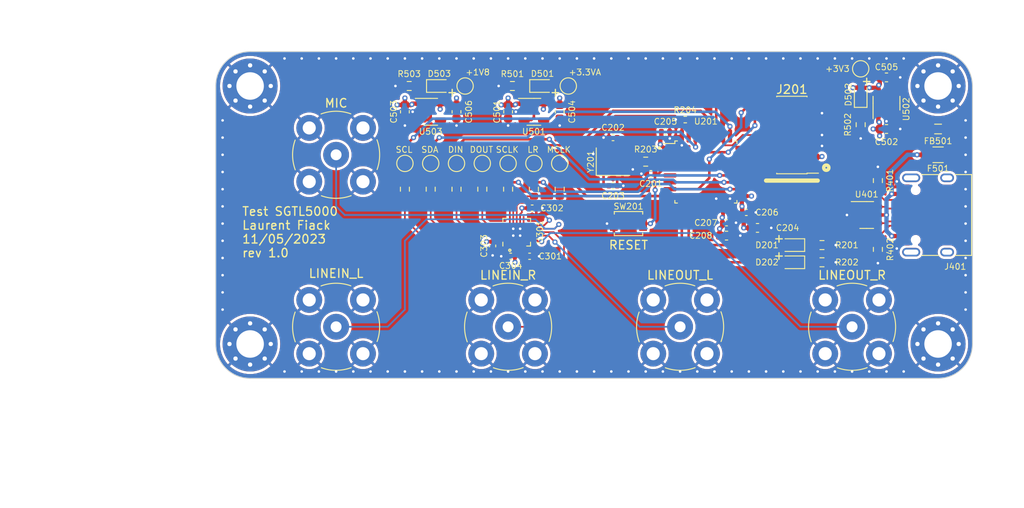
<source format=kicad_pcb>
(kicad_pcb (version 20221018) (generator pcbnew)
  (layers (0 "F.Cu" signal) (1 "In1.Cu" signal) (2 "In2.Cu" signal) (31 "B.Cu" signal) (34 "B.Paste" user) (35 "F.Paste" user) (36 "B.SilkS" user "B.Silkscreen") (37 "F.SilkS" user "F.Silkscreen") (38 "B.Mask" user) (39 "F.Mask" user) (44 "Edge.Cuts" user))
  (net 0 "")
  (net 1 "/STM32/nRST")
  (net 2 "GND")
  (net 3 "/STM32/OSC_IN")
  (net 4 "/STM32/XTAL_OUT")
  (net 5 "+3V3")
  (net 6 "+3.3VA")
  (net 7 "+1V8")
  (net 8 "+5V")
  (net 9 "/STM32/LED1_MID")
  (net 10 "/STM32/LED1")
  (net 11 "/STM32/LED2_MID")
  (net 12 "/STM32/LED2")
  (net 13 "/POWER/LED33A_MID")
  (net 14 "/POWER/LED33_MID")
  (net 15 "/POWER/LED18_MID")
  (net 16 "/POWER/VBUS")
  (net 17 "/POWER/FUSE")
  (net 20 "/STM32/SWDIO")
  (net 21 "/STM32/SWCLK")
  (net 22 "/STM32/SWO")
  (net 25 "/STM32/VCP_RX")
  (net 26 "/STM32/VCP_TX")
  (net 27 "/USB/CC1")
  (net 28 "/USB/D+")
  (net 29 "/USB/D-")
  (net 31 "/USB/CC2")
  (net 34 "/STM32/SYS_MCLK")
  (net 35 "/CODEC/SYS_MCLK")
  (net 36 "/STM32/I2S_SCLK")
  (net 37 "/CODEC/I2S_SCLK")
  (net 38 "/STM32/I2S_LRCLK")
  (net 39 "/CODEC/I2S_LRCLK")
  (net 40 "/STM32/I2S_DIN")
  (net 41 "/CODEC/I2S_DIN")
  (net 42 "/STM32/I2S_DOUT")
  (net 43 "/CODEC/I2S_DOUT")
  (net 44 "/STM32/I2C_SCL")
  (net 45 "/CODEC/I2C_SCL")
  (net 46 "/STM32/I2C_SDA")
  (net 47 "/CODEC/I2C_SDA")
  (net 48 "/STM32/OSC_OUT")
  (net 49 "/STM32/BOOT0")
  (net 55 "/STM32/USB_D-")
  (net 56 "/STM32/USB_D+")
  (net 65 "/CODEC/VAG")
  (net 66 "/CODEC/LINEIN_R")
  (net 67 "/CODEC/LINEIN_L")
  (net 68 "/CODEC/MIC")
  (net 69 "/CODEC/LINEOUT_L")
  (net 70 "/CODEC/LINEOUT_R")
  (footprint "TestPoint:TestPoint_Pad_D1.5mm" (layer "F.Cu") (at 47 59 -90)
    (fp_text reference "TP105" hide)
    (fp_text value "TestPoint")
  )
  (footprint "TestPoint:TestPoint_Pad_D1.5mm" (layer "F.Cu") (at 91 48)
    (fp_text reference "TP502" hide)
    (fp_text value "TestPoint")
  )
  (footprint "Package_DFN_QFN:QFN-20-1EP_3x3mm_P0.4mm_EP1.65x1.65mm" (layer "F.Cu") (at 51 67 90)
    (fp_text reference "U301")
    (fp_text value "SGTL5000XNLA3")
  )
  (footprint "Resistor_SMD:R_0603_1608Metric" (layer "F.Cu") (at 47 62 -90)
    (fp_text reference "JP105" hide)
    (fp_text value "SolderJumper_2_Open")
  )
  (footprint "Resistor_SMD:R_0603_1608Metric" (layer "F.Cu") (at 50 62 -90)
    (fp_text reference "JP102" hide)
    (fp_text value "SolderJumper_2_Open")
  )
  (footprint "LED_SMD:LED_0603_1608Metric" (layer "F.Cu") (at 91 51 90)
    (fp_text reference "D502")
    (fp_text value "RED")
  )
  (footprint "Resistor_SMD:R_0603_1608Metric" (layer "F.Cu") (at 93 69 -90)
    (fp_text reference "R402")
    (fp_text value "5.1k")
  )
  (footprint "Capacitor_SMD:C_0603_1608Metric" (layer "F.Cu") (at 44 53 -90)
    (fp_text reference "C506")
    (fp_text value "1uF")
  )
  (footprint "Fuse:Fuse_1206_3216Metric" (layer "F.Cu") (at 100 58)
    (fp_text reference "F501")
    (fp_text value "250mA")
  )
  (footprint "MountingHole:MountingHole_3.2mm_M3_Pad_Via" (layer "F.Cu") (at 100 50)
    (fp_text reference "H101" hide)
    (fp_text value "MountingHole_Pad")
  )
  (footprint "Package_TO_SOT_SMD:SOT-23-6" (layer "F.Cu") (at 91.7 65)
    (fp_text reference "U401")
    (fp_text value "USBLC6-2SC6")
  )
  (footprint "Resistor_SMD:R_0603_1608Metric" (layer "F.Cu") (at 93 61 90)
    (fp_text reference "R401")
    (fp_text value "5.1k")
  )
  (footprint "Capacitor_SMD:C_0402_1005Metric" (layer "F.Cu") (at 75.4 65.9)
    (fp_text reference "C207")
    (fp_text value "10nF")
  )
  (footprint "TestPoint:TestPoint_Pad_D1.5mm" (layer "F.Cu") (at 50 59 -90)
    (fp_text reference "TP102" hide)
    (fp_text value "TestPoint")
  )
  (footprint "Package_TO_SOT_SMD:SOT-23-5" (layer "F.Cu") (at 53 53)
    (fp_text reference "U501")
    (fp_text value "BU33SD5WG-TR")
  )
  (footprint "LED_SMD:LED_0603_1608Metric" (layer "F.Cu") (at 83 70.5 180)
    (fp_text reference "D202")
    (fp_text value "GREEN")
  )
  (footprint "Capacitor_SMD:C_0402_1005Metric" (layer "F.Cu") (at 48.2 68.6 -90)
    (fp_text reference "C303")
    (fp_text value "100nF")
  )
  (footprint "Resistor_SMD:R_0603_1608Metric" (layer "F.Cu") (at 91 54.5 -90)
    (fp_text reference "R502")
    (fp_text value "1k")
  )
  (footprint "Inductor_SMD:L_0805_2012Metric" (layer "F.Cu") (at 100 55 180)
    (property "Reference" "FB1")
    (property "Value" "600 @ 100MHz")
    (fp_text reference "FB501")
    (fp_text value "600 @ 100MHz")
  )
  (footprint "TestPoint:TestPoint_Pad_D1.5mm" (layer "F.Cu") (at 57 50)
    (fp_text reference "TP501" hide)
    (fp_text value "TestPoint")
  )
  (footprint "Capacitor_SMD:C_0603_1608Metric" (layer "F.Cu") (at 79 66.5)
    (fp_text reference "C204")
    (fp_text value "4.7uF")
  )
  (footprint "Resistor_SMD:R_0603_1608Metric" (layer "F.Cu") (at 56 62 -90)
    (fp_text reference "JP101" hide)
    (fp_text value "SolderJumper_2_Open")
  )
  (footprint "Package_TO_SOT_SMD:SOT-23-5" (layer "F.Cu") (at 41 53)
    (fp_text reference "U503")
    (fp_text value "BU18SD2MG-MTR")
  )
  (footprint "TestPoint:TestPoint_Pad_D1.5mm" (layer "F.Cu") (at 44 59 -90)
    (fp_text reference "TP104" hide)
    (fp_text value "TestPoint")
  )
  (footprint "Resistor_SMD:R_0603_1608Metric" (layer "F.Cu") (at 50.5 50 180)
    (fp_text reference "R501")
    (fp_text value "1k")
  )
  (footprint "Capacitor_SMD:C_0603_1608Metric" (layer "F.Cu") (at 50 53 -90)
    (fp_text reference "C501")
    (fp_text value "1uF")
  )
  (footprint "Capacitor_SMD:C_0603_1608Metric" (layer "F.Cu") (at 75.4 67.4)
    (fp_text reference "C208")
    (fp_text value "1uF")
  )
  (footprint "WITNS:BNC_RS-PRO_546-4027" (layer "F.Cu") (at 70 78)
    (fp_text reference "J304" hide)
    (fp_text value "LINEOUT_L")
  )
  (footprint "Capacitor_SMD:C_0402_1005Metric" (layer "F.Cu") (at 62.2 61.6 180)
    (fp_text reference "C203")
    (fp_text value "10pF")
  )
  (footprint "Resistor_SMD:R_0603_1608Metric" (layer "F.Cu") (at 66 58.8)
    (fp_text reference "R203")
    (fp_text value "10R")
  )
  (footprint "Capacitor_SMD:C_0603_1608Metric" (layer "F.Cu") (at 94 55)
    (fp_text reference "C502")
    (fp_text value "1uF")
  )
  (footprint "Capacitor_SMD:C_0402_1005Metric" (layer "F.Cu") (at 77.7 64.7)
    (fp_text reference "C206")
    (fp_text value "100nF")
  )
  (footprint "Connector_USB:USB_C_Receptacle_HRO_TYPE-C-31-M-12" (layer "F.Cu") (at 100 65 90)
    (fp_text reference "J401")
    (fp_text value "USB_C_Receptacle_USB2.0")
  )
  (footprint "TestPoint:TestPoint_Pad_D1.5mm" (layer "F.Cu") (at 38 59 -90)
    (fp_text reference "TP106" hide)
    (fp_text value "TestPoint")
  )
  (footprint "Package_TO_SOT_SMD:SOT-23-5" (layer "F.Cu") (at 94 52 90)
    (fp_text reference "U502")
    (fp_text value "BU33SD5WG-TR")
  )
  (footprint "Connector_PinHeader_1.27mm:PinHeader_2x07_P1.27mm_Vertical_SMD" (layer "F.Cu") (at 83 55.7 180)
    (fp_text reference "J201")
    (fp_text value "SWD")
  )
  (footprint "TestPoint:TestPoint_Pad_D1.5mm" (layer "F.Cu") (at 41 59 -90)
    (fp_text reference "TP107" hide)
    (fp_text value "TestPoint")
  )
  (footprint "Resistor_SMD:R_0603_1608Metric" (layer "F.Cu") (at 53 62 -90)
    (fp_text reference "JP103" hide)
    (fp_text value "SolderJumper_2_Open")
  )
  (footprint "LED_SMD:LED_0603_1608Metric" (layer "F.Cu") (at 83 68.5 180)
    (fp_text reference "D201")
    (fp_text value "GREEN")
  )
  (footprint "Resistor_SMD:R_0603_1608Metric" (layer "F.Cu") (at 86.5 68.5)
    (fp_text reference "R201")
    (fp_text value "1k")
  )
  (footprint "Crystal:Crystal_SMD_EuroQuartz_MT-4Pin_3.2x2.5mm" (layer "F.Cu") (at 62.2 58.8)
    (fp_text reference "Y201")
    (fp_text value "16MHz")
  )
  (footprint "Resistor_SMD:R_0603_1608Metric" (layer "F.Cu") (at 44 62 -90)
    (fp_text reference "JP104" hide)
    (fp_text value "SolderJumper_2_Open")
  )
  (footprint "MountingHole:MountingHole_3.2mm_M3_Pad_Via" (layer "F.Cu") (at 20 50)
    (fp_text reference "H104" hide)
    (fp_text value "MountingHole_Pad")
  )
  (footprint "Capacitor_SMD:C_0402_1005Metric" (layer "F.Cu") (at 52.8 64.2)
    (fp_text reference "C302")
    (fp_text value "100nF")
  )
  (footprint "Capacitor_SMD:C_0402_1005Metric" (layer "F.Cu") (at 66.6 60.2 180)
    (fp_text reference "C201")
    (fp_text value "100nF")
  )
  (footprint "LED_SMD:LED_0603_1608Metric" (layer "F.Cu") (at 42 50)
    (fp_text reference "D503")
    (fp_text value "RED")
  )
  (footprint "MountingHole:MountingHole_3.2mm_M3_Pad_Via" (layer "F.Cu") (at 20 80)
    (fp_text reference "H103" hide)
    (fp_text value "MountingHole_Pad")
  )
  (footprint "Capacitor_SMD:C_0402_1005Metric" (layer "F.Cu") (at 62.2 56)
    (fp_text reference "C202")
    (fp_text value "10pF")
  )
  (footprint "WITNS:BNC_RS-PRO_546-4027" (layer "F.Cu") (at 30 78)
    (fp_text reference "J302" hide)
    (fp_text value "LINEIN_L")
  )
  (footprint "WITNS:BNC_RS-PRO_546-4027" (layer "F.Cu") (at 30 58)
    (fp_text reference "J303" hide)
    (fp_text value "MIC")
  )
  (footprint "Package_QFP:LQFP-32_7x7mm_P0.8mm" (layer "F.Cu") (at 73 60)
    (fp_text reference "U201")
    (fp_text value "STM32G431KBT6")
  )
  (footprint "Capacitor_SMD:C_0603_1608Metric" (layer "F.Cu") (at 56 53 -90)
    (fp_text reference "C504")
    (fp_text value "1uF")
  )
  (footprint "Button_Switch_SMD:SW_SPST_B3U-1000P" (layer "F.Cu") (at 64 66)
    (fp_text reference "SW201")
    (fp_text value "RST")
  )
  (footprint "Capacitor_SMD:C_0603_1608Metric" (layer "F.Cu") (at 38 53 -90)
    (fp_text reference "C503")
    (fp_text value "1uF")
  )
  (footprint "Resistor_SMD:R_0603_1608Metric" (layer "F.Cu") (at 41 62 -90)
    (fp_text reference "JP107" hide)
    (fp_text value "SolderJumper_2_Open")
  )
  (footprint "TestPoint:TestPoint_Pad_D1.5mm" (layer "F.Cu") (at 56 59 -90)
    (fp_text reference "TP101" hide)
    (fp_text value "TestPoint")
  )
  (footprint "Capacitor_SMD:C_0603_1608Metric" (layer "F.Cu") (at 94 49)
    (fp_text reference "C505")
    (fp_text value "1uF")
  )
  (footprint "Capacitor_SMD:C_0402_1005Metric" (layer "F.Cu") (at 50.3 69.8 180)
    (fp_text reference "C304")
    (fp_text value "100nF")
  )
  (footprint "Capacitor_SMD:C_0402_1005Metric" (layer "F.Cu") (at 68.3 55.3)
    (fp_text reference "C205")
    (fp_text value "100nF")
  )
  (footprint "Resistor_SMD:R_0603_1608Metric" (layer "F.Cu") (at 38 62 -90)
    (fp_text reference "JP106" hide)
    (fp_text value "SolderJumper_2_Open")
  )
  (footprint "WITNS:BNC_RS-PRO_546-4027" (layer "F.Cu") (at 50 78)
    (fp_text reference "J301" hide)
    (fp_text value "LINEIN_R")
  )
  (footprint "Resistor_SMD:R_0603_1608Metric" (layer "F.Cu") (at 38.5 50 180)
    (fp_text reference "R503")
    (fp_text value "1k")
  )
  (footprint "TestPoint:TestPoint_Pad_D1.5mm" (layer "F.Cu") (at 45 50)
    (fp_text reference "TP503" hide)
    (fp_text value "TestPoint")
  )
  (footprint "Resistor_SMD:R_0603_1608Metric" (layer "F.Cu") (at 86.5 70.5)
    (fp_text reference "R202")
    (fp_text value "1k")
  )
  (footprint "WITNS:BNC_RS-PRO_546-4027" (layer "F.Cu") (at 90 78)
    (fp_text reference "J305" hide)
    (fp_text value "LINEOUT_R")
  )
  (footprint "MountingHole:MountingHole_3.2mm_M3_Pad_Via" (layer "F.Cu") (at 100 80)
    (fp_text reference "H102" hide)
    (fp_text value "MountingHole_Pad")
  )
  (footprint "Capacitor_SMD:C_0402_1005Metric" (layer "F.Cu") (at 52.5 69.8)
    (fp_text reference "C301")
    (fp_text value "100nF")
  )
  (footprint "Resistor_SMD:R_0402_1005Metric" (layer "F.Cu") (at 70.6 53.9 180)
    (fp_text reference "R204")
    (fp_text value "100k")
  )
  (footprint "LED_SMD:LED_0603_1608Metric" (layer "F.Cu") (at 54 50)
    (fp_text reference "D501")
    (fp_text value "RED")
  )
  (footprint "TestPoint:TestPoint_Pad_D1.5mm" (layer "F.Cu") (at 53 59 -90)
    (fp_text reference "TP103" hide)
    (fp_text value "TestPoint")
  )
  (gr_circle (center 67.6 57.2) (end 67.7 57.2) (stroke (width 0.2)) (fill none) (layer "F.SilkS"))
  (gr_circle (center 50.2 69.1) (end 50.2 69.15) (stroke (width 0.15)) (fill none) (layer "F.SilkS"))
  (gr_line (start 80 61) (end 86 61) (stroke (width 0.5)) (layer "F.SilkS"))
  (gr_circle (center 87 59.5) (end 87.1 59.5) (stroke (width 0.4)) (fill none) (layer "F.SilkS"))
  (gr_line (start 16 80) (end 16 50) (stroke (width 0.1)) (layer "Edge.Cuts"))
  (gr_line (start 100 84) (end 20 84) (stroke (width 0.1)) (layer "Edge.Cuts"))
  (gr_arc (start 100 46) (mid 102.828427 47.171573) (end 104 50) (stroke (width 0.1)) (layer "Edge.Cuts"))
  (gr_arc (start 16 50) (mid 17.171573 47.171573) (end 20 46) (stroke (width 0.1)) (layer "Edge.Cuts"))
  (gr_line (start 104 50) (end 104 80) (stroke (width 0.1)) (layer "Edge.Cuts"))
  (gr_arc (start 104 80) (mid 102.828427 82.828427) (end 100 84) (stroke (width 0.1)) (layer "Edge.Cuts"))
  (gr_arc (start 20 84) (mid 17.171573 82.828427) (end 16 80) (stroke (width 0.1)) (layer "Edge.Cuts"))
  (gr_line (start 20 46) (end 100 46) (stroke (width 0.1)) (layer "Edge.Cuts"))
  (gr_text "+1V8" (at 45 48.4) (layer "F.SilkS") (effects (font (size 0.7 0.7) (thickness 0.1)) (justify left)))
  (gr_text "+" (at 81.5 69.7) (layer "F.SilkS") (effects (font (size 1 1))))
  (gr_text "+3.3VA" (at 57 48.4) (layer "F.SilkS") (effects (font (size 0.7 0.7) (thickness 0.1)) (justify left)))
  (gr_text "+" (at 91.7 49.4) (layer "F.SilkS") (effects (font (size 1 1))))
  (gr_text "LINEOUT_R" (at 90 72) (layer "F.SilkS") (effects (font (size 1 1))))
  (gr_text "+" (at 81.5 67.7) (layer "F.SilkS") (effects (font (size 1 1))))
  (gr_text "LINEIN_L" (at 30 71.8) (layer "F.SilkS") (effects (font (size 1 1))))
  (gr_text "+" (at 55.5 50.7) (layer "F.SilkS") (effects (font (size 1 1))))
  (gr_text "MCLK" (at 55.9 57.4) (layer "F.SilkS") (effects (font (size 0.7 0.7) (thickness 0.1))))
  (gr_text "SDA" (at 40.9 57.4) (layer "F.SilkS") (effects (font (size 0.7 0.7) (thickness 0.1))))
  (gr_text "MIC" (at 30 52) (layer "F.SilkS") (effects (font (size 1 1))))
  (gr_text "SCLK" (at 49.9 57.4) (layer "F.SilkS") (effects (font (size 0.7 0.7) (thickness 0.1))))
  (gr_text "+3V3" (at 88.3 48) (layer "F.SilkS") (effects (font (size 0.7 0.7) (thickness 0.1))))
  (gr_text "DOUT" (at 46.9 57.4) (layer "F.SilkS") (effects (font (size 0.7 0.7) (thickness 0.1))))
  (gr_text "LR" (at 52.9 57.4) (layer "F.SilkS") (effects (font (size 0.7 0.7) (thickness 0.1))))
  (gr_text "+" (at 43.5 50.7) (layer "F.SilkS") (effects (font (size 1 1))))
  (gr_text "Test SGTL5000\nLaurent Fiack\n11/05/2023\nrev 1.0" (at 19 70) (layer "F.SilkS") (effects (font (size 1 1)) (justify left bottom)))
  (gr_text "RESET" (at 64 68.5) (layer "F.SilkS") (effects (font (size 1 1))))
  (gr_text "LINEOUT_L" (at 70 72) (layer "F.SilkS") (effects (font (size 1 1))))
  (gr_text "LINEIN_R" (at 50 72) (layer "F.SilkS") (effects (font (size 1 1))))
  (gr_text "SCL" (at 37.9 57.4) (layer "F.SilkS") (effects (font (size 0.7 0.7) (thickness 0.1))))
  (gr_text "DIN" (at 43.9 57.4) (layer "F.SilkS") (effects (font (size 0.7 0.7) (thickness 0.1))))
  (segment (start 67.08 62.08) (end 67.08 60.2) (width 0.3) (layer "F.Cu") (net 1))
  (segment (start 78.7 54.6) (end 78.7 53.9) (width 0.3) (layer "F.Cu") (net 1))
  (segment (start 68.825 59.6) (end 70.4 59.6) (width 0.3) (layer "F.Cu") (net 1))
  (segment (start 68.825 59.6) (end 68.1 59.6) (width 0.3) (layer "F.Cu") (net 1))
  (segment (start 72.3 57.7) (end 75.6 57.7) (width 0.3) (layer "F.Cu") (net 1))
  (segment (start 67.5 60.2) (end 67.08 60.2) (width 0.3) (layer "F.Cu") (net 1))
  (segment (start 79.44 53.16) (end 81.05 53.16) (width 0.3) (layer "F.Cu") (net 1))
  (segment (start 70.4 59.6) (end 72.3 57.7) (width 0.3) (layer "F.Cu") (net 1))
  (segment (start 68.1 59.6) (end 67.5 60.2) (width 0.3) (layer "F.Cu") (net 1))
  (segment (start 67.1 62.1) (end 67.08 62.08) (width 0.3) (layer "F.Cu") (net 1))
  (segment (start 78.7 53.9) (end 79.44 53.16) (width 0.3) (layer "F.Cu") (net 1))
  (segment (start 66.55 66) (end 65.7 66) (width 0.3) (layer "F.Cu") (net 1))
  (via (at 75.6 57.7) (size 0.6) (drill 0.3) (layers "F.Cu" "B.Cu") (net 1))
  (via (at 66.55 66) (size 0.6) (drill 0.3) (layers "F.Cu" "B.Cu") (net 1))
  (via (at 78.7 54.6) (size 0.6) (drill 0.3) (layers "F.Cu" "B.Cu") (net 1))
  (via (at 67.1 62.1) (size 0.6) (drill 0.3) (layers "F.Cu" "B.Cu") (net 1))
  (segment (start 67.1 65.45) (end 66.55 66) (width 0.3) (layer "B.Cu") (net 1))
  (segment (start 75.6 57.7) (end 78.7 54.6) (width 0.3) (layer "B.Cu") (net 1))
  (segment (start 67.1 62.1) (end 67.1 65.45) (width 0.3) (layer "B.Cu") (net 1))
  (segment (start 95.35 68.25) (end 95.2 68.4) (width 0.4) (layer "F.Cu") (net 2))
  (segment (start 51.8625 53) (end 50.9 53) (width 0.4) (layer "F.Cu") (net 2))
  (segment (start 88.1 70.5) (end 87.325 70.5) (width 0.4) (layer "F.Cu") (net 2))
  (segment (start 65.5 60.2) (end 66.12 60.2) (width 0.4) (layer "F.Cu") (net 2))
  (segment (start 84.95 55.7) (end 86.5 55.7) (width 0.4) (layer "F.Cu") (net 2))
  (segment (start 61.1 56) (end 61.72 56) (width 0.4) (layer "F.Cu") (net 2))
  (segment (start 56 53.775) (end 56 54.6) (width 0.4) (layer "F.Cu") (net 2))
  (segment (start 91 55.325) (end 91 56.1) (width 0.4) (layer "F.Cu") (net 2))
  (segment (start 93 60.175) (end 93 59.4) (width 0.4) (layer "F.Cu") (net 2))
  (segment (start 44 53.775) (end 44 54.6) (width 0.4) (layer "F.Cu") (net 2))
  (segment (start 64.5 59.7) (end 63.3 59.7) (width 0.4) (layer "F.Cu") (net 2))
  (segment (start 84.95 53.16) (end 86.5 53.16) (width 0.4) (layer "F.Cu") (net 2))
  (segment (start 39.8625 53) (end 38.9 53) (width 0.4) (layer "F.Cu") (net 2))
  (segment (start 53.28 64.2) (end 54 64.2) (width 0.4) (layer "F.Cu") (net 2))
  (segment (start 95.2 61.1) (end 95.2 61.6) (width 0.4) (layer "F.Cu") (net 2))
  (segment (start 95.35 61.75) (end 95.2 61.6) (width 0.4) (layer "F.Cu") (net 2))
  (segment (start 52.98 69.8) (end 53.6 69.8) (width 0.4) (layer "F.Cu") (net 2))
  (segment (start 87.325 68.5) (end 88.1 68.5) (width 0.4) (layer "F.Cu") (net 2))
  (segment (start 61.5 66) (end 62.3 66) (width 0.4) (layer "F.Cu") (net 2))
  (segment (start 38 53.775) (end 38 54.6) (width 0.4) (layer "F.Cu") (net 2))
  (segment (start 84.95 56.97) (end 86.5 56.97) (width 0.4) (layer "F.Cu") (net 2))
  (segment (start 75.8 64.175) (end 75.8 63.1) (width 0.4) (layer "F.Cu") (net 2))
  (segment (start 48.2 69.08) (end 48.2 69.7) (width 0.4) (layer "F.Cu") (net 2))
  (segment (start 75.88 65.9) (end 76.5 65.9) (width 0.3) (layer "F.Cu") (net 2))
  (segment (start 50 53.775) (end 50 54.6) (width 0.4) (layer "F.Cu") (net 2))
  (segment (start 75.8 65.82) (end 75.88 65.9) (width 0.3) (layer "F.Cu") (net 2))
  (segment (start 95.2 68.4) (end 95.2 68.9) (width 0.4) (layer "F.Cu") (net 2))
  (segment (start 76.175 67.4) (end 77 67.4) (width 0.4) (layer "F.Cu") (net 2))
  (segment (start 94.775 49) (end 95.6 49) (width 0.4) (layer "F.Cu") (net 2))
  (segment (start 94.775 55) (end 95.6 55) (width 0.4) (layer "F.Cu") (net 2))
  (segment (start 79.775 66.5) (end 80.6 66.5) (width 0.4) (layer "F.Cu") (net 2))
  (segment (start 59.9 57.9) (end 61.1 57.9) (width 0.4) (layer "F.Cu") (net 2))
  (segment (start 37.675 50) (end 36.9 50) (width 0.4) (layer "F.Cu") (net 2))
  (segment (start 95.955 68.25) (end 95.35 68.25) (width 0.4) (layer "F.Cu") (net 2))
  (segment (start 49.2 69.8) (end 49.82 69.8) (width 0.4) (layer "F.Cu") (net 2))
  (segment (start 95.955 61.75) (end 95.35 61.75) (width 0.4) (layer "F.Cu") (net 2))
  (segment (start 68.78 55.3) (end 68.78 56.08) (width 0.4) (layer "F.Cu") (net 2))
  (segment (start 94 53.1375) (end 94 54.1) (width 0.4) (layer "F.Cu") (net 2))
  (segment (start 93 69.825) (end 93 70.6) (width 0.4) (layer "F.Cu") (net 2))
  (segment (start 89.4 65) (end 90.5625 65) (width 0.4) (layer "F.Cu") (net 2))
  (segment (start 70.2 55.825) (end 70.2 56.9) (width 0.4) (layer "F.Cu") (net 2))
  (segment (start 62.68 61.6) (end 63.4 61.6) (width 0.5) (layer "F.Cu") (net 2))
  (segment (start 49.675 50) (end 48.9 50) (width 0.4) (layer "F.Cu") (net 2))
  (segment (start 74.2 64.175) (end 74.2 63.1) (width 0.4) (layer "F.Cu") (net 2))
  (segment (start 78.18 64.7) (end 78.8 64.7) (width 0.4) (layer "F.Cu") (net 2))
  (segment (start 68.78 56.08) (end 68.8 56.1) (width 0.4) (layer "F.Cu") (net 2))
  (segment (start 90.5625 65) (end 90.3 65) (width 0.3) (layer "F.Cu") (net 2))
  (via (at 86 83.2) (size 0.6) (drill 0.3) (layers "F.Cu" "B.Cu") (net 2))
  (via (at 16.8 64) (size 0.6) (drill 0.3) (layers "F.Cu" "B.Cu") (net 2))
  (via (at 36 83.2) (size 0.6) (drill 0.3) (layers "F.Cu" "B.Cu") (net 2))
  (via (at 46 83.2) (size 0.6) (drill 0.3) (layers "F.Cu" "B.Cu") (net 2))
  (via (at 86.5 55.7) (size 0.6) (drill 0.3) (layers "F.Cu" "B.Cu") (net 2))
  (via (at 88 83.2) (size 0.6) (drill 0.3) (layers "F.Cu" "B.Cu") (net 2))
  (via (at 48.9 50) (size 0.6) (drill 0.3) (layers "F.Cu" "B.Cu") (net 2))
  (via (at 62 83.2) (size 0.6) (drill 0.3) (layers "F.Cu" "B.Cu") (net 2))
  (via (at 70 46.8) (size 0.6) (drill 0.3) (layers "F.Cu" "B.Cu") (net 2))
  (via (at 38 83.2) (size 0.6) (drill 0.3) (layers "F.Cu" "B.Cu") (net 2))
  (via (at 48 83.2) (size 0.6) (drill 0.3) (layers "F.Cu" "B.Cu") (net 2))
  (via (at 76.5 65.9) (size 0.6) (drill 0.3) (layers "F.Cu" "B.Cu") (net 2))
  (via (at 76 46.8) (size 0.6) (drill 0.3) (layers "F.Cu" "B.Cu") (net 2))
  (via (at 95.2 68.9) (size 0.6) (drill 0.3) (layers "F.Cu" "B.Cu") (net 2))
  (via (at 95.6 55) (size 0.6) (drill 0.3) (layers "F.Cu" "B.Cu") (net 2))
  (via (at 34 83.2) (size 0.6) (drill 0.3) (layers "F.Cu" "B.Cu") (net 2))
  (via (at 103.2 60) (size 0.6) (drill 0.3) (layers "F.Cu" "B.Cu") (net 2))
  (via (at 40 83.2) (size 0.6) (drill 0.3) (layers "F.Cu" "B.Cu") (net 2))
  (via (at 38 46.8) (size 0.6) (drill 0.3) (layers "F.Cu" "B.Cu") (net 2))
  (via (at 16.8 72) (size 0.6) (drill 0.3) (layers "F.Cu" "B.Cu") (net 2))
  (via (at 84 46.8) (size 0.6) (drill 0.3) (layers "F.Cu" "B.Cu") (net 2))
  (via (at 94 46.8) (size 0.6) (drill 0.3) (layers "F.Cu" "B.Cu") (net 2))
  (via (at 82 46.8) (size 0.6) (drill 0.3) (layers "F.Cu" "B.Cu") (net 2))
  (via (at 44 83.2) (size 0.6) (drill 0.3) (layers "F.Cu" "B.Cu") (net 2))
  (via (at 51.4 66.6) (size 0.6) (drill 0.3) (layers "F.Cu" "B.Cu") (net 2))
  (via (at 103.2 70) (size 0.6) (drill 0.3) (layers "F.Cu" "B.Cu") (net 2))
  (via (at 80.6 66.5) (size 0.6) (drill 0.3) (layers "F.Cu" "B.Cu") (net 2))
  (via (at 90 83.2) (size 0.6) (drill 0.3) (layers "F.Cu" "B.Cu") (net 2))
  (via (at 103.2 56) (size 0.6) (drill 0.3) (layers "F.Cu" "B.Cu") (net 2))
  (via (at 94 83.2) (size 0.6) (drill 0.3) (layers "F.Cu" "B.Cu") (net 2))
  (via (at 28 83.2) (size 0.6) (drill 0.3) (layers "F.Cu" "B.Cu") (net 2))
  (via (at 93 70.6) (size 0.6) (drill 0.3) (layers "F.Cu" "B.Cu") (net 2))
  (via (at 64 46.8) (size 0.6) (drill 0.3) (layers "F.Cu" "B.Cu") (net 2))
  (via (at 103.2 68) (size 0.6) (drill 0.3) (layers "F.Cu" "B.Cu") (net 2))
  (via (at 86.5 56.97) (size 0.6) (drill 0.3) (layers "F.Cu" "B.Cu") (net 2))
  (via (at 51.4 67.4) (size 0.6) (drill 0.3) (layers "F.Cu" "B.Cu") (net 2))
  (via (at 88.1 70.5) (size 0.6) (drill 0.3) (layers "F.Cu" "B.Cu") (net 2))
  (via (at 16.8 68) (size 0.6) (drill 0.3) (layers "F.Cu" "B.Cu") (net 2))
  (via (at 59.9 57.9) (size 0.6) (drill 0.3) (layers "F.Cu" "B.Cu") (net 2))
  (via (at 48.2 69.7) (size 0.6) (drill 0.3) (layers "F.Cu" "B.Cu") (net 2))
  (via (at 74 46.8) (size 0.6) (drill 0.3) (layers "F.Cu" "B.Cu") (net 2))
  (via (at 82 83.2) (size 0.6) (drill 0.3) (layers "F.Cu" "B.Cu") (net 2))
  (via (at 54 83.2) (size 0.6) (drill 0.3) (layers "F.Cu" "B.Cu") (net 2))
  (via (at 52 83.2) (size 0.6) (drill 0.3) (layers "F.Cu" "B.Cu") (net 2))
  (via (at 75.8 63.1) (size 0.6) (drill 0.3) (layers "F.Cu" "B.Cu") (net 2))
  (via (at 72 46.8) (size 0.6) (drill 0.3) (layers "F.Cu" "B.Cu") (net 2))
  (via (at 54 46.8) (size 0.6) (drill 0.3) (layers "F.Cu" "B.Cu") (net 2))
  (via (at 96 46.8) (size 0.6) (drill 0.3) (layers "F.Cu" "B.Cu") (net 2))
  (via (at 103.2 64) (size 0.6) (drill 0.3) (layers "F.Cu" "B.Cu") (net 2))
  (via (at 30 46.8) (size 0.6) (drill 0.3) (layers "F.Cu" "B.Cu") (net 2))
  (via (at 94 54.1) (size 0.6) (drill 0.3) (layers "F.Cu" "B.Cu") (net 2))
  (via (at 52 46.8) (size 0.6) (drill 0.3) (layers "F.Cu" "B.Cu") (net 2))
  (via (at 60 83.2) (size 0.6) (drill 0.3) (layers "F.Cu" "B.Cu") (net 2))
  (via (at 50.6 67.4) (size 0.6) (drill 0.3) (layers "F.Cu" "B.Cu") (net 2))
  (via (at 16.8 56) (size 0.6) (drill 0.3) (layers "F.Cu" "B.Cu") (net 2))
  (via (at 103.2 58) (size 0.6) (drill 0.3) (layers "F.Cu" "B.Cu") (net 2))
  (via (at 61.1 56) (size 0.6) (drill 0.3) (layers "F.Cu" "B.Cu") (net 2))
  (via (at 50.9 53) (size 0.6) (drill 0.3) (layers "F.Cu" "B.Cu") (net 2))
  (via (at 42 46.8) (size 0.6) (drill 0.3) (layers "F.Cu" "B.Cu") (net 2))
  (via (at 32 46.8) (size 0.6) (drill 0.3) (layers "F.Cu" "B.Cu") (net 2))
  (via (at 70.2 56.9) (size 0.6) (drill 0.3) (layers "F.Cu" "B.Cu") (net 2))
  (via (at 96 83.2) (size 0.6) (drill 0.3) (layers "F.Cu" "B.Cu") (net 2))
  (via (at 65.5 60.2) (size 0.6) (drill 0.3) (layers "F.Cu" "B.Cu") (net 2))
  (via (at 38 54.6) (size 0.6) (drill 0.3) (layers "F.Cu" "B.Cu") (net 2))
  (via (at 66 83.2) (size 0.6) (drill 0.3) (layers "F.Cu" "B.Cu") (net 2))
  (via (at 36 46.8) (size 0.6) (drill 0.3) (layers "F.Cu" "B.Cu") (net 2))
  (via (at 58 46.8) (size 0.6) (drill 0.3) (layers "F.Cu" "B.Cu") (net 2))
  (via (at 66 46.8) (size 0.6) (drill 0.3) (layers "F.Cu" "B.Cu") (net 2))
  (via (at 40 46.8) (size 0.6) (drill 0.3) (layers "F.Cu" "B.Cu") (net 2))
  (via (at 74 83.2) (size 0.6) (drill 0.3) (layers "F.Cu" "B.Cu") (net 2))
  (via (at 54 64.2) (size 0.6) (drill 0.3) (layers "F.Cu" "B.Cu") (net 2))
  (via (at 16.8 70) (size 0.6) (drill 0.3) (layers "F.Cu" "B.Cu") (net 2))
  (via (at 16.8 66) (size 0.6) (drill 0.3) (layers "F.Cu" "B.Cu") (net 2))
  (via (at 44 46.8) (size 0.6) (drill 0.3) (layers "F.Cu" "B.Cu") (net 2))
  (via (at 69.5 53.9) (size 0.6) (drill 0.3) (layers "F.Cu" "B.Cu") (net 2))
  (via (at 16.8 74) (size 0.6) (drill 0.3) (layers "F.Cu" "B.Cu") (net 2))
  (via (at 77 67.4) (size 0.6) (drill 0.3) (layers "F.Cu" "B.Cu") (net 2))
  (via (at 36.9 50) (size 0.6) (drill 0.3) (layers "F.Cu" "B.Cu") (net 2))
  (via (at 88 46.8) (size 0.6) (drill 0.3) (layers "F.Cu" "B.Cu") (net 2))
  (via (at 103.2 76) (size 0.6) (drill 0.3) (layers "F.Cu" "B.Cu") (net 2))
  (via (at 70 83.2) (size 0.6) (drill 0.3) (layers "F.Cu" "B.Cu") (net 2))
  (via (at 38.9 53) (size 0.6) (drill 0.3) (layers "F.Cu" "B.Cu") (net 2))
  (via (at 46 46.8) (size 0.6) (drill 0.3) (layers "F.Cu" "B.Cu") (net 2))
  (via (at 64 83.2) (size 0.6) (drill 0.3) (layers "F.Cu" "B.Cu") (net 2))
  (via (at 58 83.2) (size 0.6) (drill 0.3) (layers "F.Cu" "B.Cu") (net 2))
  (via (at 50.6 66.6) (size 0.6) (drill 0.3) (layers "F.Cu" "B.Cu") (net 2))
  (via (at 26 83.2) (size 0.6) (drill 0.3) (layers "F.Cu" "B.Cu") (net 2))
  (via (at 60 46.8) (size 0.6) (drill 0.3) (layers "F.Cu" "B.Cu") (net 2))
  (via (at 86.5 53.16) (size 0.6) (drill 0.3) (layers "F.Cu" "B.Cu") (net 2))
  (via (at 50 83.2) (size 0.6) (drill 0.3) (layers "F.Cu" "B.Cu") (net 2))
  (via (at 92 83.2) (size 0.6) (drill 0.3) (layers "F.Cu" "B.Cu") (net 2))
  (via (at 16.8 58) (size 0.6) (drill 0.3) (layers "F.Cu" "B.Cu") (net 2))
  (via (at 76 83.2) (size 0.6) (drill 0.3) (layers "F.Cu" "B.Cu") (net 2))
  (via (at 64.5 59.7) (size 0.6) (drill 0.3) (layers "F.Cu" "B.Cu") (net 2))
  (via (at 84 83.2) (size 0.6) (drill 0.3) (layers "F.Cu" "B.Cu") (net 2))
  (via (at 80 46.8) (size 0.6) (drill 0.3) (layers "F.Cu" "B.Cu") (net 2))
  (via (at 26 46.8) (size 0.6) (drill 0.3) (layers "F.Cu" "B.Cu") (net 2))
  (via (at 103.2 54) (size 0.6) (drill 0.3) (layers "F.Cu" "B.Cu") (net 2))
  (via (at 103.2 72) (size 0.6) (drill 0.3) (layers "F.Cu" "B.Cu") (net 2))
  (via (at 44 54.6) (size 0.6) (drill 0.3) (layers "F.Cu" "B.Cu") (net 2))
  (via (at 16.8 62) (size 0.6) (drill 0.3) (layers "F.Cu" "B.Cu") (net 2))
  (via (at 32 83.2) (size 0.6) (drill 0.3) (layers "F.Cu" "B.Cu") (net 2))
  (via (at 49.2 69.8) (size 0.6) (drill 0.3) (layers "F.Cu" "B.Cu") (net 2))
  (via (at 92 46.8) (size 0.6) (drill 0.3) (layers "F.Cu" "B.Cu") (net 2))
  (via (at 42 83.2) (size 0.6) (drill 0.3) (layers "F.Cu" "B.Cu") (net 2))
  (via (at 50 54.6) (size 0.6) (drill 0.3) (layers "F.Cu" "B.Cu") (net 2))
  (via (at 78.8 64.7) (size 0.6) (drill 0.3) (layers "F.Cu" "B.Cu") (net 2))
  (via (at 103.2 66) (size 0.6) (drill 0.3) (layers "F.Cu" "B.Cu") (net 2))
  (via (at 91 56.1) (size 0.6) (drill 0.3) (layers "F.Cu" "B.Cu") (net 2))
  (via (at 68 46.8) (size 0.6) (drill 0.3) (layers "F.Cu" "B.Cu") (net 2))
  (via (at 50 46.8) (size 0.6) (drill 0.3) (layers "F.Cu" "B.Cu") (net 2))
  (via (at 30 83.2) (size 0.6) (drill 0.3) (layers "F.Cu" "B.Cu") (net 2))
  (via (at 61.5 66) (size 0.6) (drill 0.3) (layers "F.Cu" "B.Cu") (net 2))
  (via (at 78 46.8) (size 0.6) (drill 0.3) (layers "F.Cu" "B.Cu") (net 2))
  (via (at 103.2 62) (size 0.6) (drill 0.3) (layers "F.Cu" "B.Cu") (net 2))
  (via (at 16.8 60) (size 0.6) (drill 0.3) (layers "F.Cu" "B.Cu") (net 2))
  (via (at 48 46.8) (size 0.6) (drill 0.3) (layers "F.Cu" "B.Cu") (net 2))
  (via (at 72 83.2) (size 0.6) (drill 0.3) (layers "F.Cu" "B.Cu") (net 2))
  (via (at 24 83.2) (size 0.6) (drill 0.3) (layers "F.Cu" "B.Cu") (net 2))
  (via (at 86 46.8) (size 0.6) (drill 0.3) (layers "F.Cu" "B.Cu") (net 2))
  (via (at 24 46.8) (size 0.6) (drill 0.3) (layers "F.Cu" "B.Cu") (net 2))
  (via (at 16.8 76) (size 0.6) (drill 0.3) (layers "F.Cu" "B.Cu") (net 2))
  (via (at 34 46.8) (size 0.6) (drill 0.3) (layers "F.Cu" "B.Cu") (net 2))
  (via (at 63.4 61.6) (size 0.6) (drill 0.3) (layers "F.Cu" "B.Cu") (net 2))
  (via (at 56 54.6) (size 0.6) (drill 0.3) (layers "F.Cu" "B.Cu") (net 2))
  (via (at 28 46.8) (size 0.6) (drill 0.3) (layers "F.Cu" "B.Cu") (net 2))
  (via (at 95.6 49) (size 0.6) (drill 0.3) (layers "F.Cu" "B.Cu") (net 2))
  (via (at 56 83.2) (size 0.6) (drill 0.3) (layers "F.Cu" "B.Cu") (net 2))
  (via (at 88.1 68.5) (size 0.6) (drill 0.3) (layers "F.Cu" "B.Cu") (net 2))
  (via (at 78 83.2) (size 0.6) (drill 0.3) (layers "F.Cu" "B.Cu") (net 2))
  (via (at 103.2 74) (size 0.6) (drill 0.3) (layers "F.Cu" "B.Cu") (net 2))
  (via (at 16.8 54) (size 0.6) (drill 0.3) (layers "F.Cu" "B.Cu") (net 2))
  (via (at 68.8 56.1) (size 0.6) (drill 0.3) (layers "F.Cu" "B.Cu") (net 2))
  (via (at 80 83.2) (size 0.6) (drill 0.3) (layers "F.Cu" "B.Cu") (net 2))
  (via (at 74.2 63.1) (size 0.6) (drill 0.3) (layers "F.Cu" "B.Cu") (net 2))
  (via (at 93 59.4) (size 0.6) (drill 0.3) (layers "F.Cu" "B.Cu") (net 2))
  (via (at 90 46.8) (size 0.6) (drill 0.3) (layers "F.Cu" "B.Cu") (net 2))
  (via (at 53.6 69.8) (size 0.6) (drill 0.3) (layers "F.Cu" "B.Cu") (net 2))
  (via (at 68 83.2) (size 0.6) (drill 0.3) (layers "F.Cu" "B.Cu") (net 2))
  (via (at 56 46.8) (size 0.6) (drill 0.3) (layers "F.Cu" "B.Cu") (net 2))
  (via (at 89.4 65) (size 0.6) (drill 0.3) (layers "F.Cu" "B.Cu") (net 2))
  (via (at 95.2 61.1) (size 0.6) (drill 0.3) (layers "F.Cu" "B.Cu") (net 2))
  (via (at 62 46.8) (size 0.6) (drill 0.3) (layers "F.Cu" "B.Cu") (net 2))
  (segment (start 67.5 57.7) (end 64.4 57.7) (width 0.3) (layer "F.Cu") (net 3))
  (segment (start 64.2 57.9) (end 63.3 57.9) (width 0.3) (layer "F.Cu") (net 3))
  (segment (start 62.68 56) (end 63.1 56) (width 0.3) (layer "F.Cu") (net 3))
  (segment (start 64.4 57.7) (end 64.2 57.9) (width 0.3) (layer "F.Cu") (net 3))
  (segment (start 63.1 56) (end 63.3 56.2) (width 0.3) (layer "F.Cu") (net 3))
  (segment (start 63.3 56.2) (end 63.3 57.9) (width 0.3) (layer "F.Cu") (net 3))
  (segment (start 68.825 58) (end 67.8 58) (width 0.3) (layer "F.Cu") (net 3))
  (segment (start 67.8 58) (end 67.5 57.7) (width 0.3) (layer "F.Cu") (net 3))
  (segment (start 61.1 61.4) (end 61.1 59.7) (width 0.3) (layer "F.Cu") (net 4))
  (segment (start 65.175 58.8) (end 62 58.8) (width 0.3) (layer "F.Cu") (net 4))
  (segment (start 62 58.8) (end 61.1 59.7) (width 0.3) (layer "F.Cu") (net 4))
  (segment (start 61.72 61.6) (end 61.3 61.6) (width 0.3) (layer "F.Cu") (net 4))
  (segment (start 61.3 61.6) (end 61.1 61.4) (width 0.3) (layer "F.Cu") (net 4))
  (segment (start 91 48) (end 91 50.2125) (width 0.5) (layer "F.Cu") (net 5))
  (segment (start 93.225 49) (end 93.225 49.775) (width 0.5) (layer "F.Cu") (net 5))
  (segment (start 77.22 65.52) (end 77.4 65.7) (width 0.5) (layer "F.Cu") (net 5))
  (segment (start 67.82 55.3) (end 67.82 56.08) (width 0.5) (layer "F.Cu") (net 5))
  (segment (start 77.175 62.8) (end 78.3 62.8) (width 0.4) (layer "F.Cu") (net 5))
  (segment (start 77.4 66.5) (end 78.225 66.5) (width 0.5) (layer "F.Cu") (net 5))
  (segment (start 51.4 64.9) (end 51.6 64.7) (width 0.2) (layer "F.Cu") (net 5))
  (segment (start 68.825 57.2) (end 68.1 57.2) (width 0.4) (layer "F.Cu") (net 5))
  (segment (start 77.22 64.7) (end 77.22 64.02) (width 0.5) (layer "F.Cu") (net 5))
  (segment (start 51.4 65.55) (end 51.4 64.9) (width 0.2) (layer "F.Cu") (net 5))
  (segment (start 51.6 64.7) (end 51.6 64.2) (width 0.2) (layer "F.Cu") (net 5))
  (segment (start 93.0375 50.2125) (end 93.05 50.2) (width 0.5) (layer "F.Cu") (net 5))
  (segment (start 77.4 65.7) (end 77.4 66.5) (width 0.5) (layer "F.Cu") (net 5))
  (segment (start 68.1 57.2) (end 67.7 56.8) (width 0.4) (layer "F.Cu") (net 5))
  (segment (start 77.22 64.7) (end 77.22 65.52) (width 0.5) (layer "F.Cu") (net 5))
  (segment (start 77.175 63.975) (end 77.2 64) (width 0.5) (layer "F.Cu") (net 5))
  (segment (start 86.46 58.24) (end 84.95 58.24) (width 0.5) (layer "F.Cu") (net 5))
  (segment (start 77.175 62.8) (end 77.175 63.975) (width 0.5) (layer "F.Cu") (net 5))
  (segment (start 93.225 49.775) (end 93.05 49.95) (width 0.5) (layer "F.Cu") (net 5))
  (segment (start 67.7 56.2) (end 67.7 56.8) (width 0.5) (layer "F.Cu") (net 5))
  (segment (start 86.5 58.2) (end 86.46 58.24) (width 0.5) (layer "F.Cu") (net 5))
  (segment (start 67.82 56.08) (end 67.7 56.2) (width 0.5) (layer "F.Cu") (net 5))
  (segment (start 90.9875 50.2) (end 91 50.2125) (width 0.5) (layer "F.Cu") (net 5))
  (segment (start 93.05 50.8625) (end 93.05 50.2) (width 0.5) (layer "F.Cu") (net 5))
  (segment (start 77.22 64.02) (end 77.2 64) (width 0.5) (layer "F.Cu") (net 5))
  (segment (start 90.1 50.2) (end 90.9875 50.2) (width 0.5) (layer "F.Cu") (net 5))
  (segment (start 91 50.2125) (end 93.0375 50.2125) (width 0.5) (layer "F.Cu") (net 5))
  (segment (start 93.05 50.2) (end 93.05 49.95) (width 0.5) (layer "F.Cu") (net 5))
  (segment (start 52.32 64.2) (end 51.6 64.2) (width 0.4) (layer "F.Cu") (net 5))
  (via (at 67.7 56.8) (size 0.6) (drill 0.3) (layers "F.Cu" "B.Cu") (net 5))
  (via (at 90.1 50.2) (size 0.6) (drill 0.3) (layers "F.Cu" "B.Cu") (net 5))
  (via (at 86.5 58.2) (size 0.6) (drill 0.3) (layers "F.Cu" "B.Cu") (net 5))
  (via (at 77.4 66.5) (size 0.6) (drill 0.3) (layers "F.Cu" "B.Cu") (net 5))
  (via (at 92 50.2) (size 0.6) (drill 0.3) (layers "F.Cu" "B.Cu") (net 5))
  (via (at 93.1 49.9) (size 0.6) (drill 0.3) (layers "F.Cu" "B.Cu") (net 5))
  (via (at 77.2 64) (size 0.6) (drill 0.3) (layers "F.Cu" "B.Cu") (net 5))
  (via (at 78.3 62.8) (size 0.6) (drill 0.3) (layers "F.Cu" "B.Cu") (net 5))
  (via (at 51.6 64.2) (size 0.6) (drill 0.3) (layers "F.Cu" "B.Cu") (net 5))
  (segment (start 54.1375 52.05) (end 54.0875 52.05) (width 0.5) (layer "F.Cu") (net 6))
  (segment (start 54.7875 51.8875) (end 54.95 52.05) (width 0.5) (layer "F.Cu") (net 6))
  (segment (start 50.8 69.78) (end 50.8 70) (width 0.2) (layer "F.Cu") (net 6))
  (segment (start 55.125 52.225) (end 54.95 52.05) (width 0.5) (layer "F.Cu") (net 6))
  (segment (start 74.6 67.375) (end 74.625 67.4) (width 0.5) (layer "F.Cu") (net 6))
  (segment (start 54.1875 52.05) (end 54.95 52.05) (width 0.5) (layer "F.Cu") (net 6))
  (segment (start 50.78 70.48) (end 50.8 70.5) (width 0.4) (layer "F.Cu") (net 6))
  (segment (start 50.78 69.8) (end 50.78 70.48) (width 0.4) (layer "F.Cu") (net 6))
  (segment (start 56 52.225) (end 55.125 52.225) (width 0.5) (layer "F.Cu") (net 6))
  (segment (start 75 64.175) (end 75 65.1) (width 0.4) (layer "F.Cu") (net 6))
  (segment (start 54.7875 50) (end 57 50) (width 0.5) (layer "F.Cu") (net 6))
  (segment (start 74.9 65.2) (end 74.9 65.3) (width 0.4) (layer "F.Cu") (net 6))
  (segment (start 51 68.45) (end 51 69.1) (width 0.2) (layer "F.Cu") (net 6))
  (segment (start 74.92 65.9) (end 74.92 66.28) (width 0.5) (layer "F.Cu") (net 6))
  (segment (start 75 65.1) (end 74.9 65.2) (width 0.4) (layer "F.Cu") (net 6))
  (segment (start 56 51.4) (end 56 52.225) (width 0.5) (layer "F.Cu") (net 6))
  (segment (start 50.8 69.3) (end 50.8 69.78) (width 0.2) (layer "F.Cu") (net 6))
  (segment (start 54.7875 50) (end 54.7875 51.8875) (width 0.5) (layer "F.Cu") (net 6))
  (segment (start 74.92 66.28) (end 74.6 66.6) (width 0.5) (layer "F.Cu") (net 6))
  (segment (start 54 52.1) (end 54.1875 52.05) (width 0.5) (layer "F.Cu") (net 6))
  (segment (start 54.0875 52.05) (end 54 52.1) (width 0.5) (layer "F.Cu") (net 6))
  (segment (start 74.9 65.88) (end 74.92 65.9) (width 0.4) (layer "F.Cu") (net 6))
  (segment (start 74.9 65.3) (end 74.9 65.88) (width 0.4) (layer "F.Cu") (net 6))
  (segment (start 74.6 66.6) (end 74.6 67.375) (width 0.5) (layer "F.Cu") (net 6))
  (segment (start 50.8 70) (end 50.78 69.8) (width 0.2) (layer "F.Cu") (net 6))
  (segment (start 54.1375 52.05) (end 54.1375 52.6625) (width 0.5) (layer "F.Cu") (net 6))
  (segment (start 51 69.1) (end 50.8 69.3) (width 0.2) (layer "F.Cu") (net 6))
  (segment (start 54.1375 52.6625) (end 54.1 52.7) (width 0.5) (layer "F.Cu") (net 6))
  (via (at 50.8 70.5) (size 0.6) (drill 0.3) (layers "F.Cu" "B.Cu") (net 6))
  (via (at 74.9 65.3) (size 0.6) (drill 0.3) (layers "F.Cu" "B.Cu") (net 6))
  (via (at 56 51.4) (size 0.6) (drill 0.3) (layers "F.Cu" "B.Cu") (net 6))
  (via (at 54.1 52.7) (size 0.6) (drill 0.3) (layers "F.Cu" "B.Cu") (net 6))
  (via (at 74.6 66.6) (size 0.6) (drill 0.3) (layers "F.Cu" "B.Cu") (net 6))
  (segment (start 42.7875 50) (end 45 50) (width 0.5) (layer "F.Cu") (net 7))
  (segment (start 42.7875 50) (end 42.7875 50.6125) (width 0.5) (layer "F.Cu") (net 7))
  (segment (start 42.7875 50.6125) (end 42.1375 51.2625) (width 0.5) (layer "F.Cu") (net 7))
  (segment (start 49 67.8) (end 48.68 68.12) (width 0.2) (layer "F.Cu") (net 7))
  (segment (start 42.1 52.0875) (end 42.1375 52.05) (width 0.5) (layer "F.Cu") (net 7))
  (segment (start 42.1 52.7) (end 42.1 52.0875) (width 0.5) (layer "F.Cu") (net 7))
  (segment (start 42.95 52.05) (end 43.1 52.2) (width 0.5) (layer "F.Cu") (net 7))
  (segment (start 42.1375 51.2625) (end 42.1375 52.05) (width 0.5) (layer "F.Cu") (net 7))
  (segment (start 48.2 68.12) (end 48.68 68.12) (width 0.2) (layer "F.Cu") (net 7))
  (segment (start 48.2 68.1) (end 48.2 68.12) (width 0.2) (layer "F.Cu") (net 7))
  (segment (start 44 51.4) (end 44 52.225) (width 0.5) (layer "F.Cu") (net 7))
  (segment (start 43.1 52.2) (end 43.975 52.2) (width 0.5) (layer "F.Cu") (net 7))
  (segment (start 42.1375 52.05) (end 42.95 52.05) (width 0.5) (layer "F.Cu") (net 7))
  (segment (start 49.55 67.8) (end 49 67.8) (width 0.2) (layer "F.Cu") (net 7))
  (segment (start 48.18 68.1) (end 48.2 68.12) (width 0.4) (layer "F.Cu") (net 7))
  (segment (start 47.5 68.1) (end 48.18 68.1) (width 0.4) (layer "F.Cu") (net 7))
  (via (at 44 51.4) (size 0.6) (drill 0.3) (layers "F.Cu" "B.Cu") (net 7))
  (via (at 47.5 68.1) (size 0.6) (drill 0.3) (layers "F.Cu" "B.Cu") (net 7))
  (via (at 42.1 52.7) (size 0.6) (drill 0.3) (layers "F.Cu" "B.Cu") (net 7))
  (segment (start 52.7 52.05) (end 53 52.35) (width 0.3) (layer "F.Cu") (net 8))
  (segment (start 51.8625 52.05) (end 52.7 52.05) (width 0.3) (layer "F.Cu") (net 8))
  (segment (start 93.2 55.8) (end 93.2 55.025) (width 0.5) (layer "F.Cu") (net 8))
  (segment (start 94.95 53.1375) (end 96.1875 53.1375) (width 0.5) (layer "F.Cu") (net 8))
  (segment (start 52.7 53.95) (end 51.8625 53.95) (width 0.3) (layer "F.Cu") (net 8))
  (segment (start 50.075 52.225) (end 50 52.3) (width 0.5) (layer "F.Cu") (net 8))
  (segment (start 41 52.4) (end 41 53.6) (width 0.3) (layer "F.Cu") (net 8))
  (segment (start 94.6 52) (end 93.4 52) (width 0.3) (layer "F.Cu") (net 8))
  (segment (start 50.95 52.05) (end 50.775 52.225) (width 0.5) (layer "F.Cu") (net 8))
  (segment (start 37.975 52.2) (end 38 52.225) (width 0.5) (layer "F.Cu") (net 8))
  (segment (start 38.85 52.05) (end 39.8625 52.05) (width 0.5) (layer "F.Cu") (net 8))
  (segment (start 93.4 52) (end 93.05 52.35) (width 0.3) (layer "F.Cu") (net 8))
  (segment (start 49.925 52.225) (end 50 52.225) (width 0.5) (layer "F.Cu") (net 8))
  (segment (start 53 53.65) (end 52.7 53.95) (width 0.3) (layer "F.Cu") (net 8))
  (segment (start 94.95 53.1375) (end 94.95 52.35) (width 0.3) (layer "F.Cu") (net 8))
  (segment (start 38 51.4) (end 38 52.225) (width 0.5) (layer "F.Cu") (net 8))
  (segment (start 93.225 55) (end 93.225 54.325) (width 0.5) (layer "F.Cu") (net 8))
  (segment (start 94.95 52.35) (end 94.6 52) (width 0.3) (layer "F.Cu") (net 8))
  (segment (start 37.1 52.2) (end 37.975 52.2) (width 0.5) (layer "F.Cu") (net 8))
  (segment (start 50 51.4) (end 50 52.225) (width 0.5) (layer "F.Cu") (net 8))
  (segment (start 50.775 52.225) (end 50.075 52.225) (width 0.5) (layer "F.Cu") (net 8))
  (segment (start 93.225 54.325) (end 93.05 54.15) (width 0.5) (layer "F.Cu") (net 8))
  (segment (start 40.65 53.95) (end 39.8625 53.95) (width 0.3) (layer "F.Cu") (net 8))
  (segment (start 98.05 55) (end 98.9375 55) (width 0.5) (layer "F.Cu") (net 8))
  (segment (start 51.8625 52.05) (end 50.95 52.05) (width 0.5) (layer "F.Cu") (net 8))
  (segment (start 49.975 52.2) (end 50 52.225) (width 0.5) (layer "F.Cu") (net 8))
  (segment (start 93.05 52.35) (end 93.05 53.1375) (width 0.3) (layer "F.Cu") (net 8))
  (segment (start 93.2 55.025) (end 93.225 55) (width 0.5) (layer "F.Cu") (net 8))
  (segment (start 53 52.35) (end 53 53.65) (width 0.3) (layer "F.Cu") (net 8))
  (segment (start 96.1875 53.1375) (end 98.05 55) (width 0.5) (layer "F.Cu") (net 8))
  (segment (start 38.675 52.225) (end 38.85 52.05) (width 0.5) (layer "F.Cu") (net 8))
  (segment (start 93.05 54.15) (end 93.05 53.1375) (width 0.5) (layer "F.Cu") (net 8))
  (segment (start 40.65 52.05) (end 41 52.4) (width 0.3) (layer "F.Cu") (net 8))
  (segment (start 41 53.6) (end 40.65 53.95) (width 0.3) (layer "F.Cu") (net 8))
  (segment (start 49.2 52.2) (end 49.975 52.2) (width 0.5) (layer "F.Cu") (net 8))
  (segment (start 39.8625 52.05) (end 40.65 52.05) (width 0.3) (layer "F.Cu") (net 8))
  (segment (start 49.8 52.3) (end 49.925 52.225) (width 0.5) (layer "F.Cu") (net 8))
  (segment (start 92.45 55) (end 93.225 55) (width 0.5) (layer "F.Cu") (net 8))
  (segment (start 50 52.3) (end 49.8 52.3) (width 0.5) (layer "F.Cu") (net 8))
  (segment (start 38.675 52.225) (end 38 52.225) (width 0.5) (layer "F.Cu") (net 8))
  (via (at 50 51.4) (size 0.6) (drill 0.3) (layers "F.Cu" "B.Cu") (net 8))
  (via (at 92.45 55) (size 0.6) (drill 0.3) (layers "F.Cu" "B.Cu") (net 8))
  (via (at 38.8 52.15) (size 0.6) (drill 0.3) (layers "F.Cu" "B.Cu") (net 8))
  (via (at 93.15 54.2) (size 0.6) (drill 0.3) (layers "F.Cu" "B.Cu") (net 8))
  (via (at 37.1 52.2) (size 0.6) (drill 0.3) (layers "F.Cu" "B.Cu") (net 8))
  (via (at 49.2 52.2) (size 0.6) (drill 0.3) (layers "F.Cu" "B.Cu") (net 8))
  (via (at 50.85 52.15) (size 0.6) (drill 0.3) (layers "F.Cu" "B.Cu") (net 8))
  (via (at 93.2 55.8) (size 0.6) (drill 0.3) (layers "F.Cu" "B.Cu") (net 8))
  (via (at 38 51.4) (size 0.6) (drill 0.3) (layers "F.Cu" "B.Cu") (net 8))
  (segment (start 83.7875 68.5) (end 85.675 68.5) (width 0.4) (layer "F.Cu") (net 9))
  (segment (start 82.2125 68.5) (end 71.7 68.5) (width 0.3) (layer "F.Cu") (net 10))
  (segment (start 71 67.8) (end 71 64.175) (width 0.3) (layer "F.Cu") (net 10))
  (segment (start 71.7 68.5) (end 71 67.8) (width 0.3) (layer "F.Cu") (net 10))
  (segment (start 85.675 70.5) (end 83.7875 70.5) (width 0.4) (layer "F.Cu") (net 11))
  (segment (start 82.2125 70.5) (end 72.1 70.5) (width 0.3) (layer "F.Cu") (net 12))
  (segment (start 72.1 70.5) (end 70.2 68.6) (width 0.3) (layer "F.Cu") (net 12))
  (segment (start 70.2 68.6) (end 70.2 64.175) (width 0.3) (layer "F.Cu") (net 12))
  (segment (start 53.2125 50) (end 51.325 50) (width 0.5) (layer "F.Cu") (net 13))
  (segment (start 91 51.7875) (end 91 53.675) (width 0.5) (layer "F.Cu") (net 14))
  (segment (start 39.325 50) (end 41.2125 50) (width 0.4) (layer "F.Cu") (net 15))
  (segment (start 97.55 58) (end 98.6 58) (width 0.5) (layer "F.Cu") (net 16))
  (segment (start 95.955 67.45) (end 94.6 67.45) (width 0.5) (layer "F.Cu") (net 16))
  (segment (start 95.955 62.55) (end 94.6 62.55) (width 0.5) (layer "F.Cu") (net 16))
  (segment (start 94 65) (end 92.8375 65) (width 0.4) (layer "F.Cu") (net 16))
  (via (at 94 65) (size 0.6) (drill 0.3) (layers "F.Cu" "B.Cu") (net 16))
  (via (at 97.55 58) (size 0.6) (drill 0.3) (layers "F.Cu" "B.Cu") (net 16))
  (via (at 94.6 67.45) (size 0.6) (drill 0.3) (layers "F.Cu" "B.Cu") (net 16))
  (via (at 94.6 62.55) (size 0.6) (drill 0.3) (layers "F.Cu" "B.Cu") (net 16))
  (segment (start 94.45 60) (end 94.6 59.85) (width 0.5) (layer "B.Cu") (net 16))
  (segment (start 94 66.85) (end 94 65) (width 0.5) (layer "B.Cu") (net 16))
  (segment (start 94.6 59.85) (end 96.45 58) (width 0.5) (layer "B.Cu") (net 16))
  (segment (start 94.45 61.6) (end 94.45 60) (width 0.5) (layer "B.Cu") (net 16))
  (segment (start 94.6 62.55) (end 94.6 61.75) (width 0.5) (layer "B.Cu") (net 16))
  (segment (start 94.5 61.65) (end 94.45 61.6) (width 0.5) (layer "B.Cu") (net 16))
  (segment (start 94.6 67.45) (end 94 66.85) (width 0.5) (layer "B.Cu") (net 16))
  (segment (start 94.6 62.55) (end 94 63.15) (width 0.5) (layer "B.Cu") (net 16))
  (segment (start 94.6 61.75) (end 94.5 61.65) (width 0.5) (layer "B.Cu") (net 16))
  (segment (start 94 63.15) (end 94 65) (width 0.5) (layer "B.Cu") (net 16))
  (segment (start 96.45 58) (end 97.55 58) (width 0.5) (layer "B.Cu") (net 16))
  (segment (start 101.0625 56.1625) (end 101.4 56.5) (width 0.5) (layer "F.Cu") (net 17))
  (segment (start 101.0625 55) (end 101.0625 56.1625) (width 0.5) (layer "F.Cu") (net 17))
  (segment (start 101.4 56.5) (end 101.4 58) (width 0.5) (layer "F.Cu") (net 17))
  (segment (start 78.54 58.24) (end 81.05 58.24) (width 0.3) (layer "F.Cu") (net 20))
  (segment (start 77.175 58) (end 78.3 58) (width 0.3) (layer "F.Cu") (net 20))
  (segment (start 78.3 58) (end 78.54 58.24) (width 0.3) (layer "F.Cu") (net 20))
  (segment (start 78.3 57.2) (end 78.53 56.97) (width 0.3) (layer "F.Cu") (net 21))
  (segment (start 78.53 56.97) (end 81.05 56.97) (width 0.3) (layer "F.Cu") (net 21))
  (segment (start 77.175 57.2) (end 78.3 57.2) (width 0.3) (layer "F.Cu") (net 21))
  (segment (start 77.276041 55.7) (end 81.05 55.7) (width 0.2) (layer "F.Cu") (net 22))
  (segment (start 75 56.7) (end 75.2 56.9) (width 0.2) (layer "F.Cu") (net 22))
  (segment (start 75.2 56.9) (end 76.076041 56.9) (width 0.2) (layer "F.Cu") (net 22))
  (segment (start 76.076041 56.9) (end 77.276041 55.7) (width 0.2) (layer "F.Cu") (net 22))
  (segment (start 75 55.825) (end 75 56.7) (width 0.2) (layer "F.Cu") (net 22))
  (segment (start 84.4 50.5) (end 74.8 50.5) (width 0.3) (layer "F.Cu") (net 25))
  (segment (start 84.95 51.89) (end 84.95 51.05) (width 0.3) (layer "F.Cu") (net 25))
  (segment (start 84.95 51.05) (end 84.4 50.5) (width 0.3) (layer "F.Cu") (net 25))
  (segment (start 74.2 51.1) (end 74.2 55.825) (width 0.3) (layer "F.Cu") (net 25))
  (segment (start 74.8 50.5) (end 74.2 51.1) (width 0.3) (layer "F.Cu") (net 25))
  (segment (start 72.1 62) (end 68.825 62) (width 0.3) (layer "F.Cu") (net 26))
  (segment (start 73.4 58.5) (end 73.4 60.7) (width 0.3) (layer "F.Cu") (net 26))
  (segment (start 73.4 60.7) (end 72.1 62) (width 0.3) (layer "F.Cu") (net 26))
  (segment (start 78.31 51.89) (end 77.1 53.1) (width 0.3) (layer "F.Cu") (net 26))
  (segment (start 81.05 51.89) (end 78.31 51.89) (width 0.3) (layer "F.Cu") (net 26))
  (via (at 73.4 58.5) (size 0.6) (drill 0.3) (layers "F.Cu" "B.Cu") (net 26))
  (via (at 77.1 53.1) (size 0.6) (drill 0.3) (layers "F.Cu" "B.Cu") (net 26))
  (segment (start 73.4 58.5) (end 77.1 54.8) (width 0.3) (layer "B.Cu") (net 26))
  (segment (start 77.1 54.8) (end 77.1 53.1) (width 0.3) (layer "B.Cu") (net 26))
  (segment (start 93 67.6) (end 93 68.175) (width 0.2) (layer "F.Cu") (net 27))
  (segment (start 95.955 66.25) (end 94.35 66.25) (width 0.2) (layer "F.Cu") (net 27))
  (segment (start 94.35 66.25) (end 93 67.6) (width 0.2) (layer "F.Cu") (net 27))
  (segment (start 96.93 65.25) (end 95.955 65.25) (width 0.2) (layer "F.Cu") (net 28))
  (segment (start 97.1 64.4) (end 97.1 65.08) (width 0.2) (layer "F.Cu") (net 28))
  (segment (start 95.955 64.25) (end 96.95 64.25) (width 0.2) (layer "F.Cu") (net 28))
  (segment (start 96.95 64.25) (end 97.1 64.4) (width 0.2) (layer "F.Cu") (net 28))
  (segment (start 97.1 65.08) (end 96.93 65.25) (width 0.2) (layer "F.Cu") (net 28))
  (segment (start 94.05 64.25) (end 95.955 64.25) (width 0.2) (layer "F.Cu") (net 28))
  (segment (start 92.8375 64.05) (end 93.85 64.05) (width 0.2) (layer "F.Cu") (net 28))
  (segment (start 93.85 64.05) (end 94.05 64.25) (width 0.2) (layer "F.Cu") (net 28))
  (segment (start 93.85 65.95) (end 92.8375 65.95) (width 0.2) (layer "F.Cu") (net 29))
  (segment (start 94.9 64.9) (end 94.9 65.75) (width 0.2) (layer "F.Cu") (net 29))
  (segment (start 94.05 65.75) (end 94.9 65.75) (width 0.2) (layer "F.Cu") (net 29))
  (segment (start 95.05 64.75) (end 94.9 64.9) (width 0.2) (layer "F.Cu") (net 29))
  (segment (start 95.955 65.75) (end 94.9 65.75) (width 0.2) (layer "F.Cu") (net 29))
  (segment (start 94.05 65.75) (end 93.85 65.95) (width 0.2) (layer "F.Cu") (net 29))
  (segment (start 95.955 64.75) (end 95.05 64.75) (width 0.2) (layer "F.Cu") (net 29))
  (segment (start 93 62.5) (end 93 61.825) (width 0.2) (layer "F.Cu") (net 31))
  (segment (start 93.75 63.25) (end 93 62.5) (width 0.2) (layer "F.Cu") (net 31))
  (segment (start 95.955 63.25) (end 93.75 63.25) (width 0.2) (layer "F.Cu") (net 31))
  (segment (start 56 59) (end 56 61.175) (width 0.25) (layer "F.Cu") (net 34))
  (segment (start 57.475 61.175) (end 56 61.175) (width 0.3) (layer "F.Cu") (net 34))
  (segment (start 68.825 62.8) (end 59.1 62.8) (width 0.3) (layer "F.Cu") (net 34))
  (segment (start 59.1 62.8) (end 57.475 61.175) (width 0.3) (layer "F.Cu") (net 34))
  (segment (start 51.31 63.59) (end 55.81 63.59) (width 0.2) (layer "F.Cu") (net 35))
  (segment (start 51 65.55) (end 51 63.9) (width 0.2) (layer "F.Cu") (net 35))
  (segment (start 55.81 63.59) (end 56 63.4) (width 0.2) (layer "F.Cu") (net 35))
  (segment (start 51 63.9) (end 51.31 63.59) (width 0.2) (layer "F.Cu") (net 35))
  (segment (start 56 63.4) (end 56 62.825) (width 0.2) (layer "F.Cu") (net 35))
  (segment (start 50 59) (end 50 61.175) (width 0.25) (layer "F.Cu") (net 36))
  (segment (start 75.8 62) (end 77.175 62) (width 0.3) (layer "F.Cu") (net 36))
  (segment (start 51.2 61.2) (end 50.025 61.2) (width 0.3) (layer "F.Cu") (net 36))
  (segment (start 50.025 61.2) (end 50 61.175) (width 0.3) (layer "F.Cu") (net 36))
  (via (at 75.8 62) (size 0.6) (drill 0.3) (layers "F.Cu" "B.Cu") (net 36))
  (via (at 51.2 61.2) (size 0.6) (drill 0.3) (layers "F.Cu" "B.Cu") (net 36))
  (segment (start 66.714212 61.4) (end 65.314212 62.8) (width 0.3) (layer "B.Cu") (net 36))
  (segment (start 69.35 62) (end 68.75 61.4) (width 0.3) (layer "B.Cu") (net 36))
  (segment (start 68.75 61.4) (end 66.714212 61.4) (width 0.3) (layer "B.Cu") (net 36))
  (segment (start 75.8 62) (end 69.35 62) (width 0.3) (layer "B.Cu") (net 36))
  (segment (start 65.314212 62.8) (end 52.8 62.8) (width 0.3) (layer "B.Cu") (net 36))
  (segment (start 52.8 62.8) (end 51.2 61.2) (width 0.3) (layer "B.Cu") (net 36))
  (segment (start 50 63.6) (end 50.2 63.8) (width 0.2) (layer "F.Cu") (net 37))
  (segment (start 50.2 63.8) (end 50.2 65.55) (width 0.2) (layer "F.Cu") (net 37))
  (segment (start 50 62.825) (end 50 63.6) (width 0.2) (layer "F.Cu") (net 37))
  (segment (start 53.025 61.2) (end 53 61.175) (width 0.3) (layer "F.Cu") (net 38))
  (segment (start 53 59) (end 53 61.175) (width 0.25) (layer "F.Cu") (net 38))
  (segment (start 77.175 61.2) (end 75.1 61.2) (width 0.3) (layer "F.Cu") (net 38))
  (segment (start 54.1 61.2) (end 53.025 61.2) (width 0.3) (layer "F.Cu") (net 38))
  (via (at 75.1 61.2) (size 0.6) (drill 0.3) (layers "F.Cu" "B.Cu") (net 38))
  (via (at 54.1 61.2) (size 0.6) (drill 0.3) (layers "F.Cu" "B.Cu") (net 38))
  (segment (start 66.507106 60.9) (end 65.107106 62.3) (width 0.3) (layer "B.Cu") (net 38))
  (segment (start 69.5 61.2) (end 69.2 60.9) (width 0.3) (layer "B.Cu") (net 38))
  (segment (start 69.2 60.9) (end 66.507106 60.9) (width 0.3) (layer "B.Cu") (net 38))
  (segment (start 55.2 62.3) (end 54.1 61.2) (width 0.3) (layer "B.Cu") (net 38))
  (segment (start 65.107106 62.3) (end 55.2 62.3) (width 0.3) (layer "B.Cu") (net 38))
  (segment (start 75.1 61.2) (end 69.5 61.2) (width 0.3) (layer "B.Cu") (net 38))
  (segment (start 50.6 65.55) (end 50.6 63.734314) (width 0.2) (layer "F.Cu") (net 39))
  (segment (start 51.509314 62.825) (end 50.6 63.734314) (width 0.2) (layer "F.Cu") (net 39))
  (segment (start 53 62.825) (end 51.509314 62.825) (width 0.2) (layer "F.Cu") (net 39))
  (segment (start 54.8 56.2) (end 44.9 56.2) (width 0.3) (layer "F.Cu") (net 40))
  (segment (start 44 57.1) (end 44 59) (width 0.3) (layer "F.Cu") (net 40))
  (segment (start 44 59) (end 44 61.175) (width 0.25) (layer "F.Cu") (net 40))
  (segment (start 74.6 60.4) (end 77.175 60.4) (width 0.3) (layer "F.Cu") (net 40))
  (segment (start 44.9 56.2) (end 44 57.1) (width 0.3) (layer "F.Cu") (net 40))
  (via (at 54.8 56.2) (size 0.6) (drill 0.3) (layers "F.Cu" "B.Cu") (net 40))
  (via (at 74.6 60.4) (size 0.6) (drill 0.3) (layers "F.Cu" "B.Cu") (net 40))
  (segment (start 66.3 60.4) (end 65.85 60.85) (width 0.3) (layer "B.Cu") (net 40))
  (segment (start 59.45 60.85) (end 54.8 56.2) (width 0.3) (layer "B.Cu") (net 40))
  (segment (start 74.6 60.4) (end 66.3 60.4) (width 0.3) (layer "B.Cu") (net 40))
  (segment (start 65.85 60.85) (end 59.45 60.85) (width 0.3) (layer "B.Cu") (net 40))
  (segment (start 44 62.825) (end 44 65.5) (width 0.2) (layer "F.Cu") (net 41))
  (segment (start 49.55 66.6) (end 45.1 66.6) (width 0.2) (layer "F.Cu") (net 41))
  (segment (start 45.1 66.6) (end 44 65.5) (width 0.2) (layer "F.Cu") (net 41))
  (segment (start 73.4 53.9) (end 72.4 52.9) (width 0.3) (layer "F.Cu") (net 42))
  (segment (start 72.4 52.9) (end 62.2 52.9) (width 0.3) (layer "F.Cu") (net 42))
  (segment (start 47 57.6) (end 47 59) (width 0.3) (layer "F.Cu") (net 42))
  (segment (start 73.4 55.825) (end 73.4 53.9) (width 0.3) (layer "F.Cu") (net 42))
  (segment (start 62.2 52.9) (end 58.2 56.9) (width 0.3) (layer "F.Cu") (net 42))
  (segment (start 47.7 56.9) (end 47 57.6) (width 0.3) (layer "F.Cu") (net 42))
  (segment (start 47 59) (end 47 61.175) (width 0.25) (layer "F.Cu") (net 42))
  (segment (start 58.2 56.9) (end 47.7 56.9) (width 0.3) (layer "F.Cu") (net 42))
  (segment (start 49.55 66.2) (end 47.7 66.2) (width 0.2) (layer "F.Cu") (net 43))
  (segment (start 47.7 66.2) (end 47 65.5) (width 0.2) (layer "F.Cu") (net 43))
  (segment (start 47 62.825) (end 47 65.5) (width 0.2) (layer "F.Cu") (net 43))
  (segment (start 39 56) (end 38 57) (width 0.3) (layer "F.Cu") (net 44))
  (segment (start 38 57) (end 38 59) (width 0.3) (layer "F.Cu") (net 44))
  (segment (start 75.8 55.825) (end 75.8 54.7) (width 0.3) (layer "F.Cu") (net 44))
  (segment (start 38 59) (end 38 61.175) (width 0.25) (layer "F.Cu") (net 44))
  (via (at 75.8 54.7) (size 0.6) (drill 0.3) (layers "F.Cu" "B.Cu") (net 44))
  (via (at 39 56) (size 0.6) (drill 0.3) (layers "F.Cu" "B.Cu") (net 44))
  (segment (start 54.8 53.8) (end 55.6 53) (width 0.3) (layer "B.Cu") (net 44))
  (segment (start 39 56) (end 41.2 53.8) (width 0.3) (layer "B.Cu") (net 44))
  (segment (start 41.2 53.8) (end 54.8 53.8) (width 0.3) (layer "B.Cu") (net 44))
  (segment (start 55.6 53) (end 74.1 53) (width 0.3) (layer "B.Cu") (net 44))
  (segment (start 74.1 53) (end 75.8 54.7) (width 0.3) (layer "B.Cu") (net 44))
  (segment (start 39.9 67.4) (end 38 65.5) (width 0.2) (layer "F.Cu") (net 45))
  (segment (start 38 62.825) (end 38 65.5) (width 0.2) (layer "F.Cu") (net 45))
  (segment (start 49.55 67.4) (end 39.9 67.4) (width 0.2) (layer "F.Cu") (net 45))
  (segment (start 41 59) (end 41 61.175) (width 0.25) (layer "F.Cu") (net 46))
  (segment (start 42 56) (end 41 57) (width 0.3) (layer "F.Cu") (net 46))
  (segment (start 41 57) (end 41 59) (width 0.3) (layer "F.Cu") (net 46))
  (segment (start 71.8 55.825) (end 71.8 57.1) (width 0.3) (layer "F.Cu") (net 46))
  (via (at 71.8 57.1) (size 0.6) (drill 0.3) (layers "F.Cu" "B.Cu") (net 46))
  (via (at 42 56) (size 0.6) (drill 0.3) (layers "F.Cu" "B.Cu") (net 46))
  (segment (start 52.240381 56) (end 52.890381 55.35) (width 0.3) (layer "B.Cu") (net 46))
  (segment (start 42 56) (end 52.240381 56) (width 0.3) (layer "B.Cu") (net 46))
  (segment (start 70.05 55.35) (end 71.8 57.1) (width 0.3) (layer "B.Cu") (net 46))
  (segment (start 52.890381 55.35) (end 70.05 55.35) (width 0.3) (layer "B.Cu") (net 46))
  (segment (start 41 62.825) (end 41 65.5) (width 0.2) (layer "F.Cu") (net 47))
  (segment (start 49.55 67) (end 42.5 67) (width 0.2) (layer "F.Cu") (net 47))
  (segment (start 42.5 67) (end 41 65.5) (width 0.2) (layer "F.Cu") (net 47))
  (segment (start 68.825 58.8) (end 66.825 58.8) (width 0.3) (layer "F.Cu") (net 48))
  (segment (start 71.11 53.9) (end 71.11 54.59) (width 0.3) (layer "F.Cu") (net 49))
  (segment (start 71.11 54.59) (end 71 54.7) (width 0.3) (layer "F.Cu") (net 49))
  (segment (start 71 54.7) (end 71 55.825) (width 0.3) (layer "F.Cu") (net 49))
  (segment (start 77.175 59.6) (end 78.2 59.6) (width 0.2) (layer "F.Cu") (net 55))
  (segment (start 83.8 65.2) (end 88.7 65.2) (width 0.2) (layer "F.Cu") (net 55))
  (segment (start 88.7 65.2) (end 89.45 65.95) (width 0.2) (layer "F.Cu") (net 55))
  (segment (start 89.45 65.95) (end 90.5625 65.95) (width 0.2) (layer "F.Cu") (net 55))
  (segment (start 78.2 59.6) (end 83.8 65.2) (width 0.2) (layer "F.Cu") (net 55))
  (segment (start 78 58.8) (end 84 64.8) (width 0.2) (layer "F.Cu") (net 56))
  (segment (start 88.65 64.8) (end 89.4 64.05) (width 0.2) (layer "F.Cu") (net 56))
  (segment (start 89.4 64.05) (end 90.5625 64.05) (width 0.2) (layer "F.Cu") (net 56))
  (segment (start 77.175 58.8) (end 78 58.8) (width 0.2) (layer "F.Cu") (net 56))
  (segment (start 84 64.8) (end 88.65 64.8) (width 0.2) (layer "F.Cu") (net 56))
  (segment (start 51.8 68.45) (end 51.8 69.1) (width 0.2) (layer "F.Cu") (net 65))
  (segment (start 51.8 69.1) (end 52.02 69.32) (width 0.2) (layer "F.Cu") (net 65))
  (segment (start 52.02 69.32) (end 52.02 69.8) (width 0.2) (layer "F.Cu") (net 65))
  (segment (start 55.3 67) (end 52.45 67) (width 0.2) (layer "F.Cu") (net 66))
  (segment (start 56.5 68.2) (end 55.3 67) (width 0.2) (layer "F.Cu") (net 66))
  (segment (start 56.5 68.2) (end 56.5 76.3) (width 0.2) (layer "F.Cu") (net 66))
  (segment (start 56.5 76.3) (end 54.8 78) (width 0.2) (layer "F.Cu") (net 66))
  (segment (start 54.8 78) (end 50 78) (width 0.2) (layer "F.Cu") (net 66))
  (segment (start 55.9 66.1) (end 55.4 66.6) (width 0.2) (layer "F.Cu") (net 67))
  (segment (start 55.4 66.6) (end 52.45 66.6) (width 0.2) (layer "F.Cu") (net 67))
  (via (at 55.9 66.1) (size 0.6) (drill 0.3) (layers "F.Cu" "B.Cu") (net 67))
  (segment (start 40.5 65.5) (end 38 68) (width 0.2) (layer "B.Cu") (net 67))
  (segment (start 55.9 66.1) (end 55.4 66.6) (width 0.2) (layer "B.Cu") (net 67))
  (segment (start 54.3 66.6) (end 53.2 65.5) (width 0.2) (layer "B.Cu") (net 67))
  (segment (start 38 76) (end 36 78) (width 0.2) (layer "B.Cu") (net 67))
  (segment (start 38 68) (end 38 76) (width 0.2) (layer "B.Cu") (net 67))
  (segment (start 53.2 65.5) (end 40.5 65.5) (width 0.2) (layer "B.Cu") (net 67))
  (segment (start 36 78) (end 30 78) (width 0.2) (layer "B.Cu") (net 67))
  (segment (start 55.4 66.6) (end 54.3 66.6) (width 0.2) (layer "B.Cu") (net 67))
  (segment (start 54.2 66.2) (end 54.8 65.6) (width 0.2) (layer "F.Cu") (net 68))
  (segment (start 52.45 66.2) (end 54.2 66.2) (width 0.2) (layer "F.Cu") (net 68))
  (via (at 54.8 65.6) (size 0.6) (drill 0.3) (layers "F.Cu" "B.Cu") (net 68))
  (segment (start 54.2 65) (end 31 65) (width 0.2) (layer "B.Cu") (net 68))
  (segment (start 30 64) (end 30 58) (width 0.2) (layer "B.Cu") (net 68))
  (segment (start 54.8 65.6) (end 54.2 65) (width 0.2) (layer "B.Cu") (net 68))
  (segment (start 31 65) (end 30 64) (width 0.2) (layer "B.Cu") (net 68))
  (segment (start 55.45 68.15) (end 54.7 67.4) (width 0.2) (layer "F.Cu") (net 69))
  (segment (start 54.7 67.4) (end 52.45 67.4) (width 0.2) (layer "F.Cu") (net 69))
  (via (at 55.45 68.15) (size 0.6) (drill 0.3) (layers "F.Cu" "B.Cu") (net 69))
  (segment (start 65.3 78) (end 70 78) (width 0.2) (layer "B.Cu") (net 69))
  (segment (start 55.45 68.15) (end 65.3 78) (width 0.2) (layer "B.Cu") (net 69))
  (segment (start 53.4995 68.0995) (end 53.2 67.8) (width 0.2) (layer "F.Cu") (net 70))
  (segment (start 53.2 67.8) (end 52.45 67.8) (width 0.2) (layer "F.Cu") (net 70))
  (segment (start 53.9 68.0995) (end 53.4995 68.0995) (width 0.2) (layer "F.Cu") (net 70))
  (via (at 53.9 68.0995) (size 0.6) (drill 0.3) (layers "F.Cu" "B.Cu") (net 70))
  (segment (start 53.9 68.0995) (end 54.7995 67.2) (width 0.2) (layer "B.Cu") (net 70))
  (segment (start 54.7995 67.2) (end 54.8 67.2) (width 0.2) (layer "B.Cu") (net 70))
  (segment (start 54.9 67.1) (end 73.1 67.1) (width 0.2) (layer "B.Cu") (net 70))
  (segment (start 73.1 67.1) (end 84 78) (width 0.2) (layer "B.Cu") (net 70))
  (segment (start 54.8 67.2) (end 54.9 67.1) (width 0.2) (layer "B.Cu") (net 70))
  (segment (start 84 78) (end 90 78) (width 0.2) (layer "B.Cu") (net 70))
  (zone (net 2) (net_name "GND") (layers "F&B.Cu") (connect_pads (clearance 0.3)) (min_thickness 0.25) (fill yes (thermal_gap 0.3) (thermal_bridge_width 0.3))
    (polygon (pts (xy 15 45) (xy 105 45) (xy 105 85) (xy 15 85)))
  )
)
</source>
